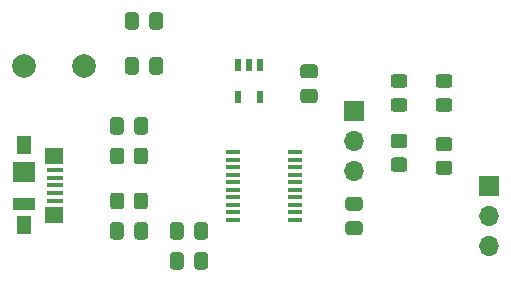
<source format=gts>
G04 #@! TF.GenerationSoftware,KiCad,Pcbnew,(5.1.10)-1*
G04 #@! TF.CreationDate,2021-12-17T22:33:09-07:00*
G04 #@! TF.ProjectId,ultimate-uart-bridge,756c7469-6d61-4746-952d-756172742d62,rev?*
G04 #@! TF.SameCoordinates,Original*
G04 #@! TF.FileFunction,Soldermask,Top*
G04 #@! TF.FilePolarity,Negative*
%FSLAX46Y46*%
G04 Gerber Fmt 4.6, Leading zero omitted, Abs format (unit mm)*
G04 Created by KiCad (PCBNEW (5.1.10)-1) date 2021-12-17 22:33:09*
%MOMM*%
%LPD*%
G01*
G04 APERTURE LIST*
%ADD10C,2.000000*%
%ADD11R,1.200000X0.400000*%
%ADD12O,1.700000X1.700000*%
%ADD13R,1.700000X1.700000*%
%ADD14R,1.900000X1.000000*%
%ADD15R,1.900000X1.800000*%
%ADD16R,1.300000X1.650000*%
%ADD17R,1.550000X1.425000*%
%ADD18R,1.380000X0.450000*%
%ADD19R,0.508000X0.977900*%
G04 APERTURE END LIST*
D10*
X109220000Y-82550000D03*
X104140000Y-82550000D03*
D11*
X121860000Y-95567500D03*
X121860000Y-94932500D03*
X121860000Y-94297500D03*
X121860000Y-93662500D03*
X121860000Y-93027500D03*
X121860000Y-92392500D03*
X121860000Y-91757500D03*
X121860000Y-91122500D03*
X121860000Y-90487500D03*
X121860000Y-89852500D03*
X127060000Y-89852500D03*
X127060000Y-90487500D03*
X127060000Y-91122500D03*
X127060000Y-91757500D03*
X127060000Y-92392500D03*
X127060000Y-93027500D03*
X127060000Y-93662500D03*
X127060000Y-94297500D03*
X127060000Y-94932500D03*
X127060000Y-95567500D03*
G36*
G01*
X139249999Y-90570000D02*
X140150001Y-90570000D01*
G75*
G02*
X140400000Y-90819999I0J-249999D01*
G01*
X140400000Y-91520001D01*
G75*
G02*
X140150001Y-91770000I-249999J0D01*
G01*
X139249999Y-91770000D01*
G75*
G02*
X139000000Y-91520001I0J249999D01*
G01*
X139000000Y-90819999D01*
G75*
G02*
X139249999Y-90570000I249999J0D01*
G01*
G37*
G36*
G01*
X139249999Y-88570000D02*
X140150001Y-88570000D01*
G75*
G02*
X140400000Y-88819999I0J-249999D01*
G01*
X140400000Y-89520001D01*
G75*
G02*
X140150001Y-89770000I-249999J0D01*
G01*
X139249999Y-89770000D01*
G75*
G02*
X139000000Y-89520001I0J249999D01*
G01*
X139000000Y-88819999D01*
G75*
G02*
X139249999Y-88570000I249999J0D01*
G01*
G37*
G36*
G01*
X135439999Y-90300000D02*
X136340001Y-90300000D01*
G75*
G02*
X136590000Y-90549999I0J-249999D01*
G01*
X136590000Y-91250001D01*
G75*
G02*
X136340001Y-91500000I-249999J0D01*
G01*
X135439999Y-91500000D01*
G75*
G02*
X135190000Y-91250001I0J249999D01*
G01*
X135190000Y-90549999D01*
G75*
G02*
X135439999Y-90300000I249999J0D01*
G01*
G37*
G36*
G01*
X135439999Y-88300000D02*
X136340001Y-88300000D01*
G75*
G02*
X136590000Y-88549999I0J-249999D01*
G01*
X136590000Y-89250001D01*
G75*
G02*
X136340001Y-89500000I-249999J0D01*
G01*
X135439999Y-89500000D01*
G75*
G02*
X135190000Y-89250001I0J249999D01*
G01*
X135190000Y-88549999D01*
G75*
G02*
X135439999Y-88300000I249999J0D01*
G01*
G37*
G36*
G01*
X113430000Y-90620001D02*
X113430000Y-89719999D01*
G75*
G02*
X113679999Y-89470000I249999J0D01*
G01*
X114380001Y-89470000D01*
G75*
G02*
X114630000Y-89719999I0J-249999D01*
G01*
X114630000Y-90620001D01*
G75*
G02*
X114380001Y-90870000I-249999J0D01*
G01*
X113679999Y-90870000D01*
G75*
G02*
X113430000Y-90620001I0J249999D01*
G01*
G37*
G36*
G01*
X111430000Y-90620001D02*
X111430000Y-89719999D01*
G75*
G02*
X111679999Y-89470000I249999J0D01*
G01*
X112380001Y-89470000D01*
G75*
G02*
X112630000Y-89719999I0J-249999D01*
G01*
X112630000Y-90620001D01*
G75*
G02*
X112380001Y-90870000I-249999J0D01*
G01*
X111679999Y-90870000D01*
G75*
G02*
X111430000Y-90620001I0J249999D01*
G01*
G37*
G36*
G01*
X113430000Y-94430001D02*
X113430000Y-93529999D01*
G75*
G02*
X113679999Y-93280000I249999J0D01*
G01*
X114380001Y-93280000D01*
G75*
G02*
X114630000Y-93529999I0J-249999D01*
G01*
X114630000Y-94430001D01*
G75*
G02*
X114380001Y-94680000I-249999J0D01*
G01*
X113679999Y-94680000D01*
G75*
G02*
X113430000Y-94430001I0J249999D01*
G01*
G37*
G36*
G01*
X111430000Y-94430001D02*
X111430000Y-93529999D01*
G75*
G02*
X111679999Y-93280000I249999J0D01*
G01*
X112380001Y-93280000D01*
G75*
G02*
X112630000Y-93529999I0J-249999D01*
G01*
X112630000Y-94430001D01*
G75*
G02*
X112380001Y-94680000I-249999J0D01*
G01*
X111679999Y-94680000D01*
G75*
G02*
X111430000Y-94430001I0J249999D01*
G01*
G37*
D12*
X143510000Y-97790000D03*
X143510000Y-95250000D03*
D13*
X143510000Y-92710000D03*
D12*
X132080000Y-91440000D03*
X132080000Y-88900000D03*
D13*
X132080000Y-86360000D03*
D14*
X104105000Y-94207500D03*
D15*
X104105000Y-91507500D03*
D16*
X104105000Y-96032500D03*
X104105000Y-89282500D03*
D17*
X106680000Y-95145000D03*
X106680000Y-90170000D03*
D18*
X106765000Y-93957500D03*
X106765000Y-93307500D03*
X106765000Y-92657500D03*
X106765000Y-92007500D03*
X106765000Y-91357500D03*
D19*
X124140001Y-85185250D03*
X122239999Y-85185250D03*
X122239999Y-82454750D03*
X123190000Y-82454750D03*
X124140001Y-82454750D03*
G36*
G01*
X140150001Y-84395000D02*
X139249999Y-84395000D01*
G75*
G02*
X139000000Y-84145001I0J249999D01*
G01*
X139000000Y-83494999D01*
G75*
G02*
X139249999Y-83245000I249999J0D01*
G01*
X140150001Y-83245000D01*
G75*
G02*
X140400000Y-83494999I0J-249999D01*
G01*
X140400000Y-84145001D01*
G75*
G02*
X140150001Y-84395000I-249999J0D01*
G01*
G37*
G36*
G01*
X140150001Y-86445000D02*
X139249999Y-86445000D01*
G75*
G02*
X139000000Y-86195001I0J249999D01*
G01*
X139000000Y-85544999D01*
G75*
G02*
X139249999Y-85295000I249999J0D01*
G01*
X140150001Y-85295000D01*
G75*
G02*
X140400000Y-85544999I0J-249999D01*
G01*
X140400000Y-86195001D01*
G75*
G02*
X140150001Y-86445000I-249999J0D01*
G01*
G37*
G36*
G01*
X136340001Y-84395000D02*
X135439999Y-84395000D01*
G75*
G02*
X135190000Y-84145001I0J249999D01*
G01*
X135190000Y-83494999D01*
G75*
G02*
X135439999Y-83245000I249999J0D01*
G01*
X136340001Y-83245000D01*
G75*
G02*
X136590000Y-83494999I0J-249999D01*
G01*
X136590000Y-84145001D01*
G75*
G02*
X136340001Y-84395000I-249999J0D01*
G01*
G37*
G36*
G01*
X136340001Y-86445000D02*
X135439999Y-86445000D01*
G75*
G02*
X135190000Y-86195001I0J249999D01*
G01*
X135190000Y-85544999D01*
G75*
G02*
X135439999Y-85295000I249999J0D01*
G01*
X136340001Y-85295000D01*
G75*
G02*
X136590000Y-85544999I0J-249999D01*
G01*
X136590000Y-86195001D01*
G75*
G02*
X136340001Y-86445000I-249999J0D01*
G01*
G37*
G36*
G01*
X117660000Y-98585000D02*
X117660000Y-99535000D01*
G75*
G02*
X117410000Y-99785000I-250000J0D01*
G01*
X116735000Y-99785000D01*
G75*
G02*
X116485000Y-99535000I0J250000D01*
G01*
X116485000Y-98585000D01*
G75*
G02*
X116735000Y-98335000I250000J0D01*
G01*
X117410000Y-98335000D01*
G75*
G02*
X117660000Y-98585000I0J-250000D01*
G01*
G37*
G36*
G01*
X119735000Y-98585000D02*
X119735000Y-99535000D01*
G75*
G02*
X119485000Y-99785000I-250000J0D01*
G01*
X118810000Y-99785000D01*
G75*
G02*
X118560000Y-99535000I0J250000D01*
G01*
X118560000Y-98585000D01*
G75*
G02*
X118810000Y-98335000I250000J0D01*
G01*
X119485000Y-98335000D01*
G75*
G02*
X119735000Y-98585000I0J-250000D01*
G01*
G37*
G36*
G01*
X114750000Y-79215000D02*
X114750000Y-78265000D01*
G75*
G02*
X115000000Y-78015000I250000J0D01*
G01*
X115675000Y-78015000D01*
G75*
G02*
X115925000Y-78265000I0J-250000D01*
G01*
X115925000Y-79215000D01*
G75*
G02*
X115675000Y-79465000I-250000J0D01*
G01*
X115000000Y-79465000D01*
G75*
G02*
X114750000Y-79215000I0J250000D01*
G01*
G37*
G36*
G01*
X112675000Y-79215000D02*
X112675000Y-78265000D01*
G75*
G02*
X112925000Y-78015000I250000J0D01*
G01*
X113600000Y-78015000D01*
G75*
G02*
X113850000Y-78265000I0J-250000D01*
G01*
X113850000Y-79215000D01*
G75*
G02*
X113600000Y-79465000I-250000J0D01*
G01*
X112925000Y-79465000D01*
G75*
G02*
X112675000Y-79215000I0J250000D01*
G01*
G37*
G36*
G01*
X117660000Y-96045000D02*
X117660000Y-96995000D01*
G75*
G02*
X117410000Y-97245000I-250000J0D01*
G01*
X116735000Y-97245000D01*
G75*
G02*
X116485000Y-96995000I0J250000D01*
G01*
X116485000Y-96045000D01*
G75*
G02*
X116735000Y-95795000I250000J0D01*
G01*
X117410000Y-95795000D01*
G75*
G02*
X117660000Y-96045000I0J-250000D01*
G01*
G37*
G36*
G01*
X119735000Y-96045000D02*
X119735000Y-96995000D01*
G75*
G02*
X119485000Y-97245000I-250000J0D01*
G01*
X118810000Y-97245000D01*
G75*
G02*
X118560000Y-96995000I0J250000D01*
G01*
X118560000Y-96045000D01*
G75*
G02*
X118810000Y-95795000I250000J0D01*
G01*
X119485000Y-95795000D01*
G75*
G02*
X119735000Y-96045000I0J-250000D01*
G01*
G37*
G36*
G01*
X132555000Y-94800000D02*
X131605000Y-94800000D01*
G75*
G02*
X131355000Y-94550000I0J250000D01*
G01*
X131355000Y-93875000D01*
G75*
G02*
X131605000Y-93625000I250000J0D01*
G01*
X132555000Y-93625000D01*
G75*
G02*
X132805000Y-93875000I0J-250000D01*
G01*
X132805000Y-94550000D01*
G75*
G02*
X132555000Y-94800000I-250000J0D01*
G01*
G37*
G36*
G01*
X132555000Y-96875000D02*
X131605000Y-96875000D01*
G75*
G02*
X131355000Y-96625000I0J250000D01*
G01*
X131355000Y-95950000D01*
G75*
G02*
X131605000Y-95700000I250000J0D01*
G01*
X132555000Y-95700000D01*
G75*
G02*
X132805000Y-95950000I0J-250000D01*
G01*
X132805000Y-96625000D01*
G75*
G02*
X132555000Y-96875000I-250000J0D01*
G01*
G37*
G36*
G01*
X113480000Y-88105000D02*
X113480000Y-87155000D01*
G75*
G02*
X113730000Y-86905000I250000J0D01*
G01*
X114405000Y-86905000D01*
G75*
G02*
X114655000Y-87155000I0J-250000D01*
G01*
X114655000Y-88105000D01*
G75*
G02*
X114405000Y-88355000I-250000J0D01*
G01*
X113730000Y-88355000D01*
G75*
G02*
X113480000Y-88105000I0J250000D01*
G01*
G37*
G36*
G01*
X111405000Y-88105000D02*
X111405000Y-87155000D01*
G75*
G02*
X111655000Y-86905000I250000J0D01*
G01*
X112330000Y-86905000D01*
G75*
G02*
X112580000Y-87155000I0J-250000D01*
G01*
X112580000Y-88105000D01*
G75*
G02*
X112330000Y-88355000I-250000J0D01*
G01*
X111655000Y-88355000D01*
G75*
G02*
X111405000Y-88105000I0J250000D01*
G01*
G37*
G36*
G01*
X113480000Y-96995000D02*
X113480000Y-96045000D01*
G75*
G02*
X113730000Y-95795000I250000J0D01*
G01*
X114405000Y-95795000D01*
G75*
G02*
X114655000Y-96045000I0J-250000D01*
G01*
X114655000Y-96995000D01*
G75*
G02*
X114405000Y-97245000I-250000J0D01*
G01*
X113730000Y-97245000D01*
G75*
G02*
X113480000Y-96995000I0J250000D01*
G01*
G37*
G36*
G01*
X111405000Y-96995000D02*
X111405000Y-96045000D01*
G75*
G02*
X111655000Y-95795000I250000J0D01*
G01*
X112330000Y-95795000D01*
G75*
G02*
X112580000Y-96045000I0J-250000D01*
G01*
X112580000Y-96995000D01*
G75*
G02*
X112330000Y-97245000I-250000J0D01*
G01*
X111655000Y-97245000D01*
G75*
G02*
X111405000Y-96995000I0J250000D01*
G01*
G37*
G36*
G01*
X128745000Y-83602500D02*
X127795000Y-83602500D01*
G75*
G02*
X127545000Y-83352500I0J250000D01*
G01*
X127545000Y-82677500D01*
G75*
G02*
X127795000Y-82427500I250000J0D01*
G01*
X128745000Y-82427500D01*
G75*
G02*
X128995000Y-82677500I0J-250000D01*
G01*
X128995000Y-83352500D01*
G75*
G02*
X128745000Y-83602500I-250000J0D01*
G01*
G37*
G36*
G01*
X128745000Y-85677500D02*
X127795000Y-85677500D01*
G75*
G02*
X127545000Y-85427500I0J250000D01*
G01*
X127545000Y-84752500D01*
G75*
G02*
X127795000Y-84502500I250000J0D01*
G01*
X128745000Y-84502500D01*
G75*
G02*
X128995000Y-84752500I0J-250000D01*
G01*
X128995000Y-85427500D01*
G75*
G02*
X128745000Y-85677500I-250000J0D01*
G01*
G37*
G36*
G01*
X114750000Y-83025000D02*
X114750000Y-82075000D01*
G75*
G02*
X115000000Y-81825000I250000J0D01*
G01*
X115675000Y-81825000D01*
G75*
G02*
X115925000Y-82075000I0J-250000D01*
G01*
X115925000Y-83025000D01*
G75*
G02*
X115675000Y-83275000I-250000J0D01*
G01*
X115000000Y-83275000D01*
G75*
G02*
X114750000Y-83025000I0J250000D01*
G01*
G37*
G36*
G01*
X112675000Y-83025000D02*
X112675000Y-82075000D01*
G75*
G02*
X112925000Y-81825000I250000J0D01*
G01*
X113600000Y-81825000D01*
G75*
G02*
X113850000Y-82075000I0J-250000D01*
G01*
X113850000Y-83025000D01*
G75*
G02*
X113600000Y-83275000I-250000J0D01*
G01*
X112925000Y-83275000D01*
G75*
G02*
X112675000Y-83025000I0J250000D01*
G01*
G37*
M02*

</source>
